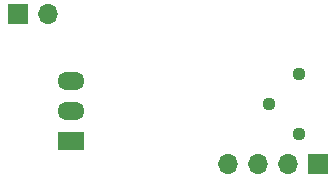
<source format=gbs>
%TF.GenerationSoftware,KiCad,Pcbnew,(5.1.8)-1*%
%TF.CreationDate,2021-03-06T21:20:45+09:00*%
%TF.ProjectId,power module,706f7765-7220-46d6-9f64-756c652e6b69,rev?*%
%TF.SameCoordinates,PX525bfc0PY59a0560*%
%TF.FileFunction,Soldermask,Bot*%
%TF.FilePolarity,Negative*%
%FSLAX46Y46*%
G04 Gerber Fmt 4.6, Leading zero omitted, Abs format (unit mm)*
G04 Created by KiCad (PCBNEW (5.1.8)-1) date 2021-03-06 21:20:45*
%MOMM*%
%LPD*%
G01*
G04 APERTURE LIST*
%ADD10R,1.700000X1.700000*%
%ADD11O,1.700000X1.700000*%
%ADD12C,1.120000*%
%ADD13R,2.300000X1.500000*%
%ADD14O,2.300000X1.500000*%
G04 APERTURE END LIST*
D10*
%TO.C,J2*%
X27940000Y2540000D03*
D11*
X25400000Y2540000D03*
X22860000Y2540000D03*
X20320000Y2540000D03*
%TD*%
D10*
%TO.C,J1*%
X2540000Y15240000D03*
D11*
X5080000Y15240000D03*
%TD*%
D12*
%TO.C,R3*%
X26315000Y5080000D03*
X23775000Y7620000D03*
X26315000Y10160000D03*
%TD*%
D13*
%TO.C,U1*%
X6985000Y4445000D03*
D14*
X6985000Y6985000D03*
X6985000Y9525000D03*
%TD*%
M02*

</source>
